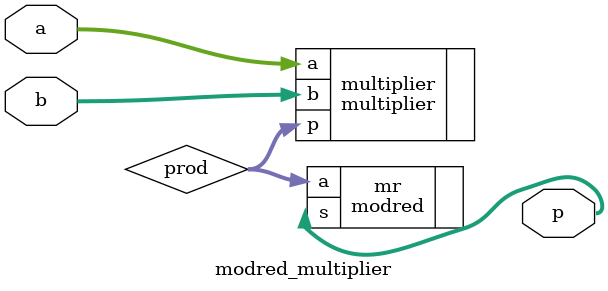
<source format=v>
`timescale 1ns / 1ps


module modred_multiplier #(parameter LOGQ = 17) (
    input [LOGQ-1:0] a,
    input [LOGQ-1:0] b,
    output [LOGQ-1:0] p
    );
    
    wire [2*LOGQ-1:0] prod;
    
    multiplier #(.N(LOGQ)) multiplier(.a(a), .b(b), .p(prod));
    modred #(.LOGQ(LOGQ)) mr(.a(prod), .s(p));
endmodule

</source>
